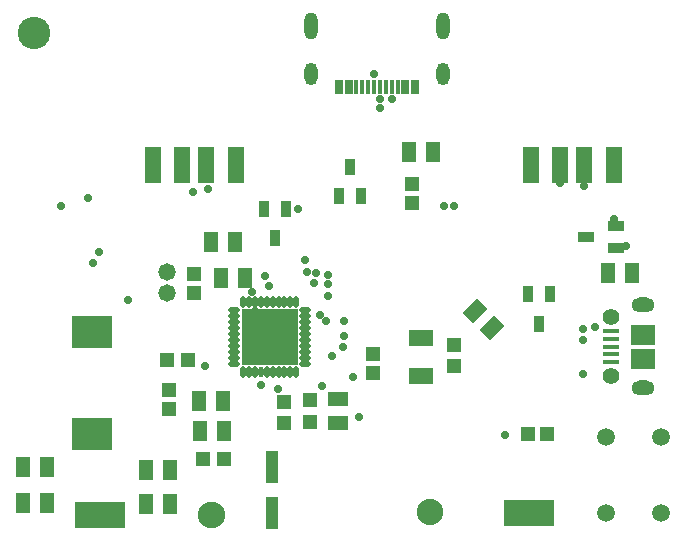
<source format=gbr>
G04*
G04 #@! TF.GenerationSoftware,Altium Limited,Altium Designer,24.3.1 (35)*
G04*
G04 Layer_Color=8388736*
%FSLAX44Y44*%
%MOMM*%
G71*
G04*
G04 #@! TF.SameCoordinates,7C1B9C0E-2346-4955-A66A-820B0877C6A1*
G04*
G04*
G04 #@! TF.FilePolarity,Negative*
G04*
G01*
G75*
%ADD19R,1.3970X0.4572*%
%ADD36R,2.1590X1.7526*%
%ADD37R,1.2032X1.7532*%
%ADD38R,1.3032X1.2032*%
%ADD39R,3.4036X2.7026*%
%ADD40O,0.4832X1.0032*%
%ADD41O,1.0032X0.4832*%
%ADD42O,0.4324X0.9524*%
%ADD43R,4.7032X4.7032*%
G04:AMPARAMS|DCode=44|XSize=1.2032mm|YSize=1.7532mm|CornerRadius=0mm|HoleSize=0mm|Usage=FLASHONLY|Rotation=315.000|XOffset=0mm|YOffset=0mm|HoleType=Round|Shape=Rectangle|*
%AMROTATEDRECTD44*
4,1,4,-1.0453,-0.1945,0.1945,1.0453,1.0453,0.1945,-0.1945,-1.0453,-1.0453,-0.1945,0.0*
%
%ADD44ROTATEDRECTD44*%

%ADD45R,1.2032X1.3032*%
%ADD46R,0.7112X1.1938*%
%ADD47R,0.4064X1.1938*%
%ADD48R,1.3208X3.0734*%
%ADD49R,2.1032X1.4032*%
%ADD50R,1.7532X1.2032*%
%ADD51R,0.9032X1.4532*%
%ADD52R,1.4532X0.9032*%
%ADD53R,1.0032X2.7032*%
%ADD54O,1.9558X1.2700*%
%ADD55C,1.3970*%
%ADD56C,2.7432*%
%ADD57C,2.2352*%
%ADD58O,1.1176X1.9050*%
%ADD59O,1.1176X2.3114*%
%ADD60C,1.4986*%
%ADD61R,4.2032X2.2032*%
%ADD62C,0.7112*%
%ADD63C,1.4732*%
D19*
X910260Y576720D02*
D03*
Y570220D02*
D03*
Y563720D02*
D03*
Y557220D02*
D03*
Y550720D02*
D03*
D36*
X937260Y573720D02*
D03*
Y553720D02*
D03*
D37*
X591660Y652780D02*
D03*
X571660D02*
D03*
X600550Y622300D02*
D03*
X580550D02*
D03*
X739300Y728980D02*
D03*
X759300D02*
D03*
X561500Y518160D02*
D03*
X581500D02*
D03*
X582770Y492760D02*
D03*
X562770D02*
D03*
X517050Y430530D02*
D03*
X537050D02*
D03*
X517050Y459740D02*
D03*
X537050D02*
D03*
X432910Y462280D02*
D03*
X412910D02*
D03*
X432910Y431800D02*
D03*
X412910D02*
D03*
X928050Y626110D02*
D03*
X908050D02*
D03*
D38*
X557530Y625219D02*
D03*
Y609220D02*
D03*
X777240Y547370D02*
D03*
Y565370D02*
D03*
X708660Y541911D02*
D03*
Y557910D02*
D03*
X655320Y500270D02*
D03*
Y518270D02*
D03*
X741680Y701419D02*
D03*
Y685420D02*
D03*
X535890Y527429D02*
D03*
Y511430D02*
D03*
X633730Y517000D02*
D03*
Y499000D02*
D03*
D39*
X471170Y576072D02*
D03*
Y490220D02*
D03*
D40*
X643890Y601980D02*
D03*
X638891D02*
D03*
X633890D02*
D03*
X628891D02*
D03*
X623890D02*
D03*
X618891D02*
D03*
X613890D02*
D03*
X608891D02*
D03*
X603890D02*
D03*
X598891D02*
D03*
Y541980D02*
D03*
X603890D02*
D03*
X608891D02*
D03*
X618891D02*
D03*
X623890D02*
D03*
X628891D02*
D03*
X633890D02*
D03*
X638891D02*
D03*
X643890D02*
D03*
D41*
X591391Y594479D02*
D03*
Y589481D02*
D03*
Y584479D02*
D03*
Y579481D02*
D03*
Y574479D02*
D03*
Y569481D02*
D03*
Y564479D02*
D03*
Y559481D02*
D03*
Y554479D02*
D03*
Y549481D02*
D03*
X651391D02*
D03*
Y554479D02*
D03*
Y559481D02*
D03*
Y564479D02*
D03*
Y569481D02*
D03*
Y574479D02*
D03*
Y579481D02*
D03*
Y584479D02*
D03*
Y589481D02*
D03*
Y594479D02*
D03*
D42*
X613890Y541980D02*
D03*
D43*
X621391Y571980D02*
D03*
D44*
X795569Y593811D02*
D03*
X809711Y579669D02*
D03*
D45*
X565040Y468630D02*
D03*
X583040D02*
D03*
X534560Y552450D02*
D03*
X552560D02*
D03*
X856360Y490220D02*
D03*
X840361D02*
D03*
D46*
X680340Y783590D02*
D03*
X736340D02*
D03*
X744340D02*
D03*
X688340D02*
D03*
D47*
X694840D02*
D03*
X699840D02*
D03*
X704840D02*
D03*
X714840D02*
D03*
X709840D02*
D03*
X719840D02*
D03*
X724840D02*
D03*
X729840D02*
D03*
D48*
X867570Y717815D02*
D03*
X887570D02*
D03*
X842570D02*
D03*
X912570D02*
D03*
X547530D02*
D03*
X567530D02*
D03*
X522530D02*
D03*
X592530D02*
D03*
D49*
X749300Y538989D02*
D03*
Y570990D02*
D03*
D50*
X679450Y499270D02*
D03*
Y519270D02*
D03*
D51*
X689610Y716077D02*
D03*
X699110Y691083D02*
D03*
X680110D02*
D03*
X849630Y583133D02*
D03*
X840130Y608127D02*
D03*
X859130D02*
D03*
X626110Y655523D02*
D03*
X616610Y680517D02*
D03*
X635610D02*
D03*
D52*
X889203Y656590D02*
D03*
X914197Y666090D02*
D03*
Y647090D02*
D03*
D53*
X623570Y422910D02*
D03*
Y462280D02*
D03*
D54*
X937260Y598720D02*
D03*
Y528720D02*
D03*
D55*
X910260Y588720D02*
D03*
Y538720D02*
D03*
D56*
X421640Y829310D02*
D03*
D57*
X572276Y421112D02*
D03*
X571500Y421640D02*
D03*
X756920Y424180D02*
D03*
D58*
X768540Y795090D02*
D03*
X656140D02*
D03*
D59*
X768540Y835090D02*
D03*
X656140D02*
D03*
D60*
X952500Y422679D02*
D03*
X906500D02*
D03*
Y487680D02*
D03*
X952500D02*
D03*
D61*
X477520Y421640D02*
D03*
X840740Y422910D02*
D03*
D62*
X444500Y683260D02*
D03*
X697230Y504190D02*
D03*
X633730Y565150D02*
D03*
X777240Y683260D02*
D03*
X768860D02*
D03*
X684530Y585470D02*
D03*
X620849Y614800D02*
D03*
X659130Y617474D02*
D03*
X601980Y576580D02*
D03*
X617220Y623570D02*
D03*
X670814Y624904D02*
D03*
X683260Y563880D02*
D03*
X674370Y555671D02*
D03*
X606684Y610365D02*
D03*
X660400Y626110D02*
D03*
X663722Y590575D02*
D03*
X651510Y637540D02*
D03*
X621030Y554990D02*
D03*
X652780Y627380D02*
D03*
X670560Y617220D02*
D03*
X608965Y593725D02*
D03*
X670560Y607060D02*
D03*
X684565Y572933D02*
D03*
X669290Y585470D02*
D03*
X621030Y575310D02*
D03*
X601980Y556260D02*
D03*
X501130Y603488D02*
D03*
X471682Y635000D02*
D03*
X476762Y643890D02*
D03*
X887730Y699770D02*
D03*
X867410Y702056D02*
D03*
X886460Y579120D02*
D03*
X896620Y580390D02*
D03*
X556260Y695202D02*
D03*
X628650Y527685D02*
D03*
X725170Y773430D02*
D03*
X715010Y765810D02*
D03*
X467360Y689610D02*
D03*
X614015Y531465D02*
D03*
X566420Y547370D02*
D03*
X886806Y569306D02*
D03*
X715010Y773430D02*
D03*
X886460Y541020D02*
D03*
X665345Y530625D02*
D03*
X692150Y538480D02*
D03*
X923290Y648970D02*
D03*
X913130Y671830D02*
D03*
X645058Y680618D02*
D03*
X709930Y795020D02*
D03*
X820420Y488950D02*
D03*
X568960Y697230D02*
D03*
D63*
X534670Y627380D02*
D03*
Y609600D02*
D03*
M02*

</source>
